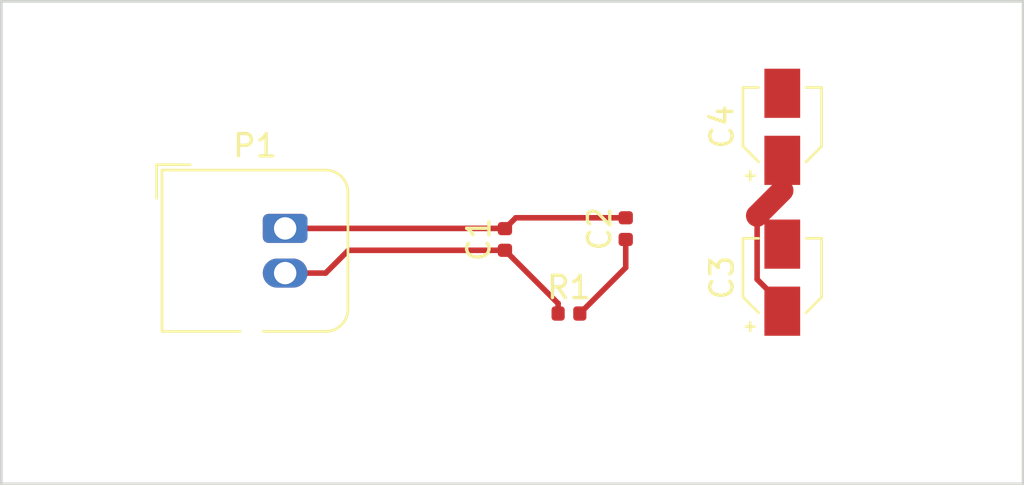
<source format=kicad_pcb>
(kicad_pcb (version 20221018) (generator pcbnew)
  (layers (0 "F.Cu" signal) (31 "B.Cu" signal) (34 "B.Paste" user) (35 "F.Paste" user) (36 "B.SilkS" user "B.Silkscreen") (37 "F.SilkS" user "F.Silkscreen") (38 "B.Mask" user) (39 "F.Mask" user) (44 "Edge.Cuts" user))
  (net 0 "")
  (net 1 "/Power/VCC")
  (net 2 "GND")
  (net 3 "Net-(C2-Pad1)")
  (net 4 "Net-(C3-Pad1)")
  (net 5 "Net-(C3-Pad2)")
  (footprint "Capacitor_SMD:CP_Elec_3x5.3" (layer "F.Cu") (at 177.185001 82.214999 90)
    (fp_text reference "C3" (at 0 -2.7 90) (layer "F.SilkS"))
    (fp_text value "CP")
    (fp_line (start -2.375 -1.435) (end -2 -1.435) (stroke (width 0.12)) (layer "F.SilkS"))
    (fp_line (start -2.1875 -1.6225) (end -2.1875 -1.2475) (stroke (width 0.12)) (layer "F.SilkS"))
    (fp_line (start -1.570563 -1.06) (end -0.870563 -1.76) (stroke (width 0.12)) (layer "F.SilkS"))
    (fp_line (start -1.570563 1.06) (end -0.870563 1.76) (stroke (width 0.12)) (layer "F.SilkS"))
    (fp_line (start -0.870563 -1.76) (end 1.76 -1.76) (stroke (width 0.12)) (layer "F.SilkS"))
    (fp_line (start -0.870563 1.76) (end 1.76 1.76) (stroke (width 0.12)) (layer "F.SilkS"))
    (fp_line (start 1.76 -1.76) (end 1.76 -1.06) (stroke (width 0.12)) (layer "F.SilkS"))
    (fp_line (start 1.76 1.76) (end 1.76 1.06) (stroke (width 0.12)) (layer "F.SilkS"))
    (pad "1" smd rect (at -1.5 0 90) (size 2.2 1.6) (layers "F.Cu" "F.Paste" "F.Mask") (net 4 "Net-(C3-Pad1)"))
    (pad "2" smd rect (at 1.5 0 90) (size 2.2 1.6) (layers "F.Cu" "F.Paste" "F.Mask") (net 5 "Net-(C3-Pad2)"))
  )
  (footprint "Capacitor_SMD:CP_Elec_3x5.3" (layer "F.Cu") (at 177.185001 75.464999 90)
    (fp_text reference "C4" (at 0 -2.7 90) (layer "F.SilkS"))
    (fp_text value "CP")
    (fp_line (start -2.375 -1.435) (end -2 -1.435) (stroke (width 0.12)) (layer "F.SilkS"))
    (fp_line (start -2.1875 -1.6225) (end -2.1875 -1.2475) (stroke (width 0.12)) (layer "F.SilkS"))
    (fp_line (start -1.570563 -1.06) (end -0.870563 -1.76) (stroke (width 0.12)) (layer "F.SilkS"))
    (fp_line (start -1.570563 1.06) (end -0.870563 1.76) (stroke (width 0.12)) (layer "F.SilkS"))
    (fp_line (start -0.870563 -1.76) (end 1.76 -1.76) (stroke (width 0.12)) (layer "F.SilkS"))
    (fp_line (start -0.870563 1.76) (end 1.76 1.76) (stroke (width 0.12)) (layer "F.SilkS"))
    (fp_line (start 1.76 -1.76) (end 1.76 -1.06) (stroke (width 0.12)) (layer "F.SilkS"))
    (fp_line (start 1.76 1.76) (end 1.76 1.06) (stroke (width 0.12)) (layer "F.SilkS"))
    (pad "1" smd rect (at -1.5 0 90) (size 2.2 1.6) (layers "F.Cu" "F.Paste" "F.Mask") (net 4 "Net-(C3-Pad1)"))
    (pad "2" smd rect (at 1.5 0 90) (size 2.2 1.6) (layers "F.Cu" "F.Paste" "F.Mask") (net 5 "Net-(C3-Pad2)"))
  )
  (footprint "Capacitor_SMD:C_0402_1005Metric" (layer "F.Cu") (at 164.775001 80.505001 90)
    (fp_text reference "C1" (at 0 -1.17 90) (layer "F.SilkS"))
    (fp_text value "C")
    (pad "1" smd roundrect (at -0.485 0 90) (size 0.59 0.64) (layers "F.Cu" "F.Paste" "F.Mask") (net 1 "/Power/VCC"))
    (pad "2" smd roundrect (at 0.485 0 90) (size 0.59 0.64) (layers "F.Cu" "F.Paste" "F.Mask") (net 2 "GND"))
  )
  (footprint "Capacitor_SMD:C_0402_1005Metric" (layer "F.Cu") (at 170.18 80.020001 90)
    (fp_text reference "C2" (at 0 -1.17 90) (layer "F.SilkS"))
    (fp_text value "C")
    (pad "1" smd roundrect (at -0.485 0 90) (size 0.59 0.64) (layers "F.Cu" "F.Paste" "F.Mask") (net 3 "Net-(C2-Pad1)"))
    (pad "2" smd roundrect (at 0.485 0 90) (size 0.59 0.64) (layers "F.Cu" "F.Paste" "F.Mask") (net 2 "GND"))
  )
  (footprint "Connector_JST:JST_JWPF_B02B-JWPF-SK-R_1x02_P2.00mm_Vertical" (layer "F.Cu") (at 154.94 80.01)
    (fp_text reference "P1" (at -1.35 -3.7) (layer "F.SilkS"))
    (fp_text value "CONN_01X02")
    (fp_line (start -5.75 -2.85) (end -4.25 -2.85) (stroke (width 0.12)) (layer "F.SilkS"))
    (fp_line (start -5.75 -1.35) (end -5.75 -2.85) (stroke (width 0.12)) (layer "F.SilkS"))
    (fp_line (start -5.51 -2.61) (end -5.51 4.61) (stroke (width 0.12)) (layer "F.SilkS"))
    (fp_line (start -5.508342 4.610823) (end -2.01 4.610823) (stroke (width 0.12)) (layer "F.SilkS"))
    (fp_line (start -0.98 4.61) (end 1.81 4.61) (stroke (width 0.12)) (layer "F.SilkS"))
    (fp_line (start 1.81 -2.61) (end -5.51 -2.61) (stroke (width 0.12)) (layer "F.SilkS"))
    (fp_line (start 2.81 -1.61) (end 2.81 3.61) (stroke (width 0.12)) (layer "F.SilkS"))
    (fp_arc (start 1.81 -2.61) (mid 2.517107 -2.317107) (end 2.81 -1.61) (stroke (width 0.12)) (layer "F.SilkS"))
    (fp_arc (start 2.81 3.61) (mid 2.517107 4.317107) (end 1.81 4.61) (stroke (width 0.12)) (layer "F.SilkS"))
    (pad "" np_thru_hole circle (at -1.5 4.05) (size 1.15 1.15) (drill 1.15) (layers "*.Cu" "*.Mask"))
    (pad "1" thru_hole roundrect (at 0 0) (size 2 1.3) (drill 1) (layers "*.Cu" "*.Mask") (roundrect_rratio 0.192308) (net 2 "GND"))
    (pad "2" thru_hole oval (at 0 2) (size 2 1.3) (drill 1) (layers "*.Cu" "*.Mask") (net 1 "/Power/VCC"))
  )
  (footprint "Resistor_SMD:R_0402_1005Metric" (layer "F.Cu") (at 167.64 83.82)
    (fp_text reference "R1" (at 0 -1.17) (layer "F.SilkS"))
    (fp_text value "R")
    (pad "1" smd roundrect (at -0.485 0) (size 0.59 0.64) (layers "F.Cu" "F.Paste" "F.Mask") (net 1 "/Power/VCC"))
    (pad "2" smd roundrect (at 0.485 0) (size 0.59 0.64) (layers "F.Cu" "F.Paste" "F.Mask") (net 3 "Net-(C2-Pad1)"))
  )
  (gr_line (start 187.96 69.85) (end 142.24 69.85) (stroke (width 0.12)) (layer "Edge.Cuts"))
  (gr_line (start 142.24 69.85) (end 142.24 91.44) (stroke (width 0.12)) (layer "Edge.Cuts"))
  (gr_line (start 187.96 91.44) (end 187.96 69.85) (stroke (width 0.12)) (layer "Edge.Cuts"))
  (gr_line (start 142.24 91.44) (end 187.96 91.44) (stroke (width 0.12)) (layer "Edge.Cuts"))
  (segment (start 167.155 83.37) (end 165.1 81.315) (width 0.25) (layer "F.Cu") (net 1))
  (segment (start 167.155 83.82) (end 167.155 83.37) (width 0.25) (layer "F.Cu") (net 1))
  (segment (start 157.769999 80.990001) (end 156.75 82.01) (width 0.25) (layer "F.Cu") (net 1))
  (segment (start 156.75 82.01) (end 154.94 82.01) (width 0.25) (layer "F.Cu") (net 1))
  (segment (start 164.775001 80.990001) (end 157.769999 80.990001) (width 0.25) (layer "F.Cu") (net 1))
  (segment (start 165.1 81.315) (end 164.775001 80.990001) (width 0.25) (layer "F.Cu") (net 1))
  (segment (start 164.775001 80.020001) (end 165.260001 79.535001) (width 0.25) (layer "F.Cu") (net 2))
  (segment (start 164.765 80.01) (end 164.775001 80.020001) (width 0.25) (layer "F.Cu") (net 2))
  (segment (start 165.260001 79.535001) (end 170.18 79.535001) (width 0.25) (layer "F.Cu") (net 2))
  (segment (start 154.94 80.01) (end 164.765 80.01) (width 0.25) (layer "F.Cu") (net 2))
  (segment (start 170.18 81.765) (end 168.125 83.82) (width 0.25) (layer "F.Cu") (net 3))
  (segment (start 170.18 80.505001) (end 170.18 81.765) (width 0.25) (layer "F.Cu") (net 3))
  (segment (start 177.185001 76.964999) (end 177.185001 78.314999) (width 0.25) (layer "F.Cu") (net 4))
  (segment (start 177.185001 78.314999) (end 176.06 79.44) (width 1) (layer "F.Cu") (net 4))
  (segment (start 176.06 79.44) (end 176.06 82.289998) (width 0.25) (layer "F.Cu") (net 4))
  (segment (start 177.185001 83.414999) (end 177.185001 83.714999) (width 0.25) (layer "F.Cu") (net 4))
  (segment (start 176.06 82.289998) (end 177.185001 83.414999) (width 0.25) (layer "F.Cu") (net 4))
)
</source>
